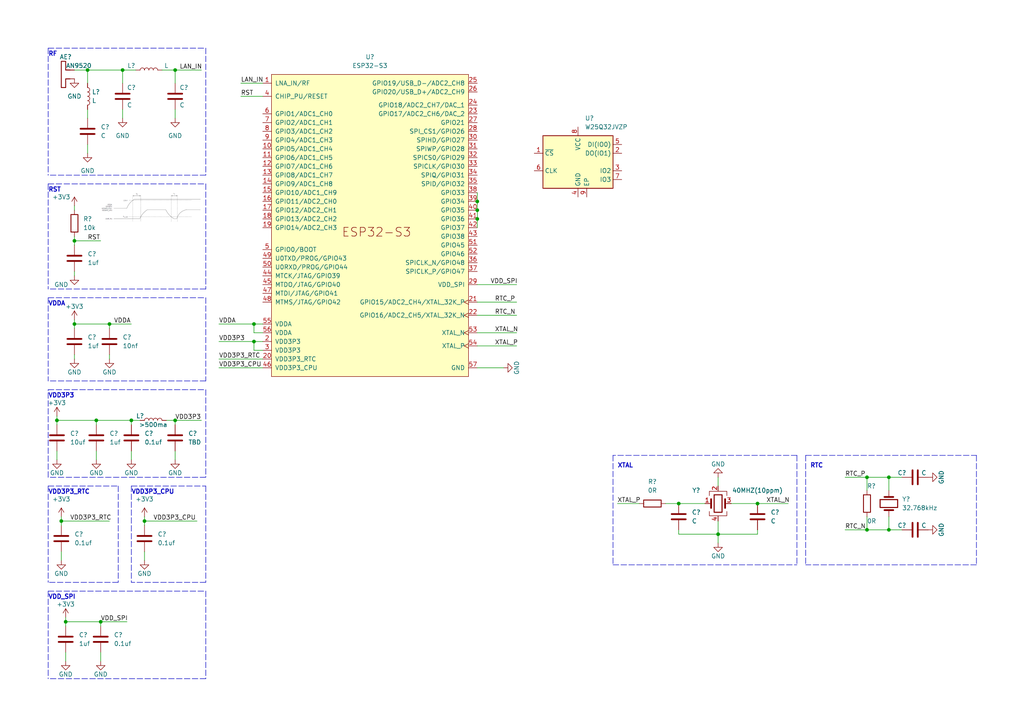
<source format=kicad_sch>
(kicad_sch (version 20211123) (generator eeschema)
  (paper "A4")
  (title_block (title "ESP32-S3 MCU") (company "ESPRESSIF"))
  (lib_symbols
    (symbol "Device:Antenna_Dipole" (pin_numbers hide) (pin_names (offset 1.016) hide)
      (property "Reference" "AE" (at 1.27 1.27 0))
      (property "Value" "Antenna_Dipole" (at 1.27 0 0))
      (symbol "Antenna_Dipole_0_1"
        (polyline (pts (xy 2.54 -3.81) (xy 2.54 -2.54) (xy 5.08 -2.54) (xy 5.08 -1.27) (xy -2.54 -1.27) (xy -2.54 -2.54) (xy 0 -2.54) (xy 0 -3.81)) (stroke (width 0.254)))
      )
      (symbol "Antenna_Dipole_1_1"
        (pin input line (at 0 -5.08 90) (length 2.54) (name "~") (number "1"))
        (pin input line (at 2.54 -5.08 90) (length 2.54) (name "~") (number "2"))
      )
    )
    (symbol "Device:C" (pin_numbers hide) (pin_names (offset 0.254))
      (property "Reference" "C" (at 0.635 2.54 0))
      (property "Value" "C" (at 0.635 -2.54 0))
      (symbol "C_0_1"
        (polyline (pts (xy -2.032 -0.762) (xy 2.032 -0.762)) (stroke (width 0.508)))
        (polyline (pts (xy -2.032 0.762) (xy 2.032 0.762)) (stroke (width 0.508)))
      )
      (symbol "C_1_1"
        (pin passive line (at 0 3.81 270) (length 2.794) (name "~") (number "1"))
        (pin passive line (at 0 -3.81 90) (length 2.794) (name "~") (number "2"))
      )
    )
    (symbol "Device:Crystal" (pin_numbers hide) (pin_names (offset 1.016) hide)
      (property "Reference" "Y" (at 0 3.81 0))
      (property "Value" "Crystal" (at 0 -3.81 0))
      (symbol "Crystal_0_1"
        (rectangle (start -1.143 2.54) (end 1.143 -2.54) (stroke (width 0.3048)))
        (polyline (pts (xy -2.54 0) (xy -1.905 0)))
        (polyline (pts (xy -1.905 -1.27) (xy -1.905 1.27)) (stroke (width 0.508)))
        (polyline (pts (xy 1.905 -1.27) (xy 1.905 1.27)) (stroke (width 0.508)))
        (polyline (pts (xy 2.54 0) (xy 1.905 0)))
      )
      (symbol "Crystal_1_1"
        (pin passive line (at -3.81 0 0) (length 1.27) (name "1") (number "1"))
        (pin passive line (at 3.81 0 180) (length 1.27) (name "2") (number "2"))
      )
    )
    (symbol "Device:Crystal_GND24" (pin_names (offset 1.016) hide)
      (property "Reference" "Y" (at 3.175 5.08 0))
      (property "Value" "Crystal_GND24" (at 3.175 3.175 0))
      (symbol "Crystal_GND24_0_1"
        (rectangle (start -1.143 2.54) (end 1.143 -2.54) (stroke (width 0.3048)))
        (polyline (pts (xy -2.54 0) (xy -2.032 0)))
        (polyline (pts (xy -2.032 -1.27) (xy -2.032 1.27)) (stroke (width 0.508)))
        (polyline (pts (xy 0 -3.81) (xy 0 -3.556)))
        (polyline (pts (xy 0 3.556) (xy 0 3.81)))
        (polyline (pts (xy 2.032 -1.27) (xy 2.032 1.27)) (stroke (width 0.508)))
        (polyline (pts (xy 2.032 0) (xy 2.54 0)))
        (polyline (pts (xy -2.54 -2.286) (xy -2.54 -3.556) (xy 2.54 -3.556) (xy 2.54 -2.286)))
        (polyline (pts (xy -2.54 2.286) (xy -2.54 3.556) (xy 2.54 3.556) (xy 2.54 2.286)))
      )
      (symbol "Crystal_GND24_1_1"
        (pin passive line (at -3.81 0 0) (length 1.27) (name "1") (number "1"))
        (pin passive line (at 0 5.08 270) (length 1.27) (name "2") (number "2"))
        (pin passive line (at 3.81 0 180) (length 1.27) (name "3") (number "3"))
        (pin passive line (at 0 -5.08 90) (length 1.27) (name "4") (number "4"))
      )
    )
    (symbol "Device:L" (pin_numbers hide) (pin_names (offset 1.016) hide)
      (property "Reference" "L" (at -1.27 0 90))
      (property "Value" "L" (at 1.905 0 90))
      (symbol "L_0_1"
        (arc (start 0 -2.54) (mid 0.635 -1.905) (end 0 -1.27))
        (arc (start 0 -1.27) (mid 0.635 -0.635) (end 0 0))
        (arc (start 0 0) (mid 0.635 0.635) (end 0 1.27))
        (arc (start 0 1.27) (mid 0.635 1.905) (end 0 2.54))
      )
      (symbol "L_1_1"
        (pin passive line (at 0 3.81 270) (length 1.27) (name "1") (number "1"))
        (pin passive line (at 0 -3.81 90) (length 1.27) (name "2") (number "2"))
      )
    )
    (symbol "Device:R" (pin_numbers hide) (pin_names (offset 0))
      (property "Reference" "R" (at 2.032 0 90))
      (property "Value" "R" (at 0 0 90))
      (symbol "R_0_1"
        (rectangle (start -1.016 -2.54) (end 1.016 2.54) (stroke (width 0.254)))
      )
      (symbol "R_1_1"
        (pin passive line (at 0 3.81 270) (length 1.27) (name "~") (number "1"))
        (pin passive line (at 0 -3.81 90) (length 1.27) (name "~") (number "2"))
      )
    )
    (symbol "ESP:ESP32-S3" (pin_names (offset 1.016))
      (property "Reference" "U" (at 0 46.99 0))
      (property "Value" "ESP32-S3" (at 0 -43.18 0))
      (symbol "ESP32-S3_0_0"
        (text "ESP32-S3" (at 1.27 0 0) (effects (font (size 2.54 2.54))))
        (pin bidirectional line (at 30.48 -8.89 180) (length 2.54) (name "SPICLK_N/GPIO48") (number "36"))
        (pin bidirectional line (at 30.48 -11.43 180) (length 2.54) (name "SPICLK_P/GPIO47") (number "37"))
      )
      (symbol "ESP32-S3_0_1"
        (rectangle (start -29.21 45.72) (end 27.94 -41.91) (fill (type background)))
      )
      (symbol "ESP32-S3_1_1"
        (pin bidirectional line (at -31.75 43.18 0) (length 2.54) (name "LNA_IN/RF") (number "1"))
        (pin bidirectional line (at -31.75 24.13 0) (length 2.54) (name "GPIO5/ADC1_CH4") (number "10"))
        (pin bidirectional line (at -31.75 21.59 0) (length 2.54) (name "GPIO6/ADC1_CH5") (number "11"))
        (pin bidirectional line (at -31.75 19.05 0) (length 2.54) (name "GPIO7/ADC1_CH6") (number "12"))
        (pin bidirectional line (at -31.75 16.51 0) (length 2.54) (name "GPIO8/ADC1_CH7") (number "13"))
        (pin bidirectional line (at -31.75 13.97 0) (length 2.54) (name "GPIO9/ADC1_CH8") (number "14"))
        (pin bidirectional line (at -31.75 11.43 0) (length 2.54) (name "GPIO10/ADC1_CH9") (number "15"))
        (pin bidirectional line (at -31.75 8.89 0) (length 2.54) (name "GPIO11/ADC2_CH0") (number "16"))
        (pin bidirectional line (at -31.75 6.35 0) (length 2.54) (name "GPIO12/ADC2_CH1") (number "17"))
        (pin bidirectional line (at -31.75 3.81 0) (length 2.54) (name "GPIO13/ADC2_CH2") (number "18"))
        (pin bidirectional line (at -31.75 1.27 0) (length 2.54) (name "GPIO14/ADC2_CH3") (number "19"))
        (pin power_in line (at -31.75 -31.75 0) (length 2.54) (name "VDD3P3") (number "2"))
        (pin power_in line (at -31.75 -36.83 0) (length 2.54) (name "VDD3P3_RTC") (number "20"))
        (pin input clock (at 30.48 -20.32 180) (length 2.54) (name "GPIO15/ADC2_CH4/XTAL_32K_P") (number "21"))
        (pin output clock (at 30.48 -24.13 180) (length 2.54) (name "GPIO16/ADC2_CH5/XTAL_32K_N") (number "22"))
        (pin bidirectional line (at 30.48 34.29 180) (length 2.54) (name "GPIO17/ADC2_CH6/DAC_2") (number "23"))
        (pin bidirectional line (at 30.48 36.83 180) (length 2.54) (name "GPIO18/ADC2_CH7/DAC_1") (number "24"))
        (pin bidirectional line (at 30.48 43.18 180) (length 2.54) (name "GPIO19/USB_D-/ADC2_CH8") (number "25"))
        (pin bidirectional line (at 30.48 40.64 180) (length 2.54) (name "GPIO20/USB_D+/ADC2_CH9") (number "26"))
        (pin bidirectional line (at 30.48 31.75 180) (length 2.54) (name "GPIO21") (number "27"))
        (pin bidirectional line (at 30.48 29.21 180) (length 2.54) (name "SPI_CS1/GPIO26") (number "28"))
        (pin power_out line (at 30.48 -15.24 180) (length 2.54) (name "VDD_SPI") (number "29"))
        (pin power_in line (at -31.75 -34.29 0) (length 2.54) (name "VDD3P3") (number "3"))
        (pin bidirectional line (at 30.48 26.67 180) (length 2.54) (name "SPIHD/GPIO27") (number "30"))
        (pin bidirectional line (at 30.48 24.13 180) (length 2.54) (name "SPIWP/GPIO28") (number "31"))
        (pin bidirectional line (at 30.48 21.59 180) (length 2.54) (name "SPICS0/GPIO29") (number "32"))
        (pin bidirectional line (at 30.48 19.05 180) (length 2.54) (name "SPICLK/GPIO30") (number "33"))
        (pin bidirectional line (at 30.48 16.51 180) (length 2.54) (name "SPIQ/GPIO31") (number "34"))
        (pin bidirectional line (at 30.48 13.97 180) (length 2.54) (name "SPID/GPIO32") (number "35"))
        (pin bidirectional line (at 30.48 11.43 180) (length 2.54) (name "GPIO33") (number "38"))
        (pin bidirectional line (at 30.48 8.89 180) (length 2.54) (name "GPIO34") (number "39"))
        (pin input line (at -31.75 39.37 0) (length 2.54) (name "CHIP_PU/RESET") (number "4"))
        (pin bidirectional line (at 30.48 6.35 180) (length 2.54) (name "GPIO35") (number "40"))
        (pin bidirectional line (at 30.48 3.81 180) (length 2.54) (name "GPIO36") (number "41"))
        (pin bidirectional line (at 30.48 1.27 180) (length 2.54) (name "GPIO37") (number "42"))
        (pin bidirectional line (at 30.48 -1.27 180) (length 2.54) (name "GPIO38") (number "43"))
        (pin bidirectional line (at -31.75 -12.7 0) (length 2.54) (name "MTCK/JTAG/GPIO39") (number "44"))
        (pin bidirectional line (at -31.75 -15.24 0) (length 2.54) (name "MTDO/JTAG/GPIO40") (number "45"))
        (pin power_in line (at -31.75 -39.37 0) (length 2.54) (name "VDD3P3_CPU") (number "46"))
        (pin bidirectional line (at -31.75 -17.78 0) (length 2.54) (name "MTDI/JTAG/GPIO41") (number "47"))
        (pin bidirectional line (at -31.75 -20.32 0) (length 2.54) (name "MTMS/JTAG/GPIO42") (number "48"))
        (pin bidirectional line (at -31.75 -7.62 0) (length 2.54) (name "U0TXD/PROG/GPIO43") (number "49"))
        (pin bidirectional line (at -31.75 -5.08 0) (length 2.54) (name "GPIO0/BOOT") (number "5"))
        (pin bidirectional line (at -31.75 -10.16 0) (length 2.54) (name "U0RXD/PROG/GPIO44") (number "50"))
        (pin bidirectional line (at 30.48 -3.81 180) (length 2.54) (name "GPIO45") (number "51"))
        (pin bidirectional line (at 30.48 -6.35 180) (length 2.54) (name "GPIO46") (number "52"))
        (pin input clock (at 30.48 -29.21 180) (length 2.54) (name "XTAL_N") (number "53"))
        (pin output clock (at 30.48 -33.02 180) (length 2.54) (name "XTAL_P") (number "54"))
        (pin power_in line (at -31.75 -26.67 0) (length 2.54) (name "VDDA") (number "55"))
        (pin power_in line (at -31.75 -29.21 0) (length 2.54) (name "VDDA") (number "56"))
        (pin power_in line (at 30.48 -39.37 180) (length 2.54) (name "GND") (number "57"))
        (pin bidirectional line (at -31.75 34.29 0) (length 2.54) (name "GPIO1/ADC1_CH0") (number "6"))
        (pin bidirectional line (at -31.75 31.75 0) (length 2.54) (name "GPIO2/ADC1_CH1") (number "7"))
        (pin bidirectional line (at -31.75 29.21 0) (length 2.54) (name "GPIO3/ADC1_CH2") (number "8"))
        (pin bidirectional line (at -31.75 26.67 0) (length 2.54) (name "GPIO4/ADC1_CH3") (number "9"))
      )
    )
    (symbol "Memory_Flash:W25Q32JVZP"
      (property "Reference" "U" (at -8.89 8.89 0))
      (property "Value" "W25Q32JVZP" (at 7.62 8.89 0))
      (symbol "W25Q32JVZP_0_1"
        (rectangle (start -10.16 7.62) (end 10.16 -7.62) (stroke (width 0.254)) (fill (type background)))
      )
      (symbol "W25Q32JVZP_1_1"
        (pin input line (at -12.7 2.54 0) (length 2.54) (name "~{CS}") (number "1"))
        (pin bidirectional line (at 12.7 2.54 180) (length 2.54) (name "DO(IO1)") (number "2"))
        (pin bidirectional line (at 12.7 -2.54 180) (length 2.54) (name "IO2") (number "3"))
        (pin power_in line (at 0 -10.16 90) (length 2.54) (name "GND") (number "4"))
        (pin bidirectional line (at 12.7 5.08 180) (length 2.54) (name "DI(IO0)") (number "5"))
        (pin input line (at -12.7 -2.54 0) (length 2.54) (name "CLK") (number "6"))
        (pin bidirectional line (at 12.7 -5.08 180) (length 2.54) (name "IO3") (number "7"))
        (pin power_in line (at 0 10.16 270) (length 2.54) (name "VCC") (number "8"))
        (pin passive line (at 2.54 -10.16 90) (length 2.54) (name "EP") (number "9"))
      )
    )
    (symbol "power:+3.3V" (power) (pin_names (offset 0))
      (property "Value" "+3.3V" (at 0 3.556 0))
      (symbol "+3.3V_0_1"
        (polyline (pts (xy -0.762 1.27) (xy 0 2.54)))
        (polyline (pts (xy 0 0) (xy 0 2.54)))
        (polyline (pts (xy 0 2.54) (xy 0.762 1.27)))
      )
      (symbol "+3.3V_1_1"
        (pin power_in line (at 0 0 90) (length 0) hide (name "+3V3") (number "1"))
      )
    )
    (symbol "power:GND" (power) (pin_names (offset 0))
      (property "Value" "GND" (at 0 -3.81 0))
      (symbol "GND_0_1"
        (polyline (pts (xy 0 0) (xy 0 -1.27) (xy 1.27 -1.27) (xy 0 -2.54) (xy -1.27 -1.27) (xy 0 -1.27)))
      )
      (symbol "GND_1_1"
        (pin power_in line (at 0 0 270) (length 0) hide (name "GND") (number "1"))
      )
    )
  )
  (junction (at 50.8 20.32))
  (junction (at 138.43 63.5))
  (junction (at 138.43 58.42))
  (junction (at 35.56 20.32))
  (junction (at 27.94 121.92))
  (junction (at 196.85 146.05))
  (junction (at 19.05 180.34))
  (junction (at 31.75 93.98))
  (junction (at 257.81 138.43))
  (junction (at 50.8 121.92))
  (junction (at 208.28 154.94))
  (junction (at 25.4 20.32))
  (junction (at 21.59 69.85))
  (junction (at 73.66 93.98))
  (junction (at 21.59 93.98))
  (junction (at 219.71 146.05))
  (junction (at 251.46 153.67))
  (junction (at 138.43 60.96))
  (junction (at 41.91 151.13))
  (junction (at 16.51 121.92))
  (junction (at 29.21 180.34))
  (junction (at 38.1 121.92))
  (junction (at 251.46 138.43))
  (junction (at 17.78 151.13))
  (junction (at 257.81 153.67))
  (junction (at 73.66 99.06))
  (wire (pts (xy 25.4 20.32) (xy 25.4 24.13)))
  (wire (pts (xy 31.75 93.98) (xy 31.75 95.25)))
  (wire (pts (xy 138.43 106.68) (xy 146.05 106.68)))
  (wire (pts (xy 19.05 180.34) (xy 19.05 181.61)))
  (polyline (pts (xy 59.69 171.45) (xy 59.69 196.85)))
  (wire (pts (xy 17.78 151.13) (xy 31.75 151.13)))
  (polyline (pts (xy 13.97 140.97) (xy 13.97 168.91)))
  (polyline (pts (xy 13.97 140.97) (xy 34.29 140.97)))
  (wire (pts (xy 21.59 69.85) (xy 29.21 69.85)))
  (wire (pts (xy 41.91 149.86) (xy 41.91 151.13)))
  (wire (pts (xy 19.05 189.23) (xy 19.05 191.77)))
  (polyline (pts (xy 59.69 13.97) (xy 59.69 50.8)))
  (wire (pts (xy 219.71 153.67) (xy 219.71 154.94)))
  (wire (pts (xy 50.8 20.32) (xy 58.42 20.32)))
  (wire (pts (xy 19.05 180.34) (xy 29.21 180.34)))
  (wire (pts (xy 35.56 34.29) (xy 35.56 31.75)))
  (wire (pts (xy 257.81 142.24) (xy 257.81 138.43)))
  (wire (pts (xy 39.37 20.32) (xy 35.56 20.32)))
  (wire (pts (xy 19.05 179.07) (xy 19.05 180.34)))
  (wire (pts (xy 50.8 121.92) (xy 50.8 123.19)))
  (polyline (pts (xy 13.97 13.97) (xy 59.69 13.97)))
  (wire (pts (xy 212.09 146.05) (xy 219.71 146.05)))
  (wire (pts (xy 138.43 63.5) (xy 138.43 66.04)))
  (wire (pts (xy 251.46 138.43) (xy 257.81 138.43)))
  (wire (pts (xy 261.62 153.67) (xy 257.81 153.67)))
  (wire (pts (xy 46.99 20.32) (xy 50.8 20.32)))
  (wire (pts (xy 38.1 121.92) (xy 38.1 123.19)))
  (wire (pts (xy 50.8 121.92) (xy 58.42 121.92)))
  (wire (pts (xy 138.43 58.42) (xy 138.43 60.96)))
  (wire (pts (xy 63.5 106.68) (xy 76.2 106.68)))
  (polyline (pts (xy 13.97 113.03) (xy 59.69 113.03)))
  (wire (pts (xy 16.51 130.81) (xy 16.51 133.35)))
  (wire (pts (xy 29.21 180.34) (xy 36.83 180.34)))
  (wire (pts (xy 27.94 130.81) (xy 27.94 133.35)))
  (wire (pts (xy 63.5 104.14) (xy 76.2 104.14)))
  (polyline (pts (xy 38.1 140.97) (xy 38.1 168.91)))
  (polyline (pts (xy 59.69 196.85) (xy 13.97 196.85)))
  (wire (pts (xy 73.66 93.98) (xy 76.2 93.98)))
  (polyline (pts (xy 59.69 50.8) (xy 13.97 50.8)))
  (wire (pts (xy 50.8 34.29) (xy 50.8 31.75)))
  (wire (pts (xy 138.43 96.52) (xy 149.86 96.52)))
  (wire (pts (xy 251.46 142.24) (xy 251.46 138.43)))
  (wire (pts (xy 17.78 160.02) (xy 17.78 162.56)))
  (polyline (pts (xy 59.69 53.34) (xy 59.69 83.82)))
  (polyline (pts (xy 13.97 171.45) (xy 59.69 171.45)))
  (wire (pts (xy 31.75 93.98) (xy 38.1 93.98)))
  (wire (pts (xy 25.4 44.45) (xy 25.4 41.91)))
  (wire (pts (xy 69.85 27.94) (xy 76.2 27.94)))
  (wire (pts (xy 41.91 151.13) (xy 41.91 152.4)))
  (wire (pts (xy 219.71 146.05) (xy 228.6 146.05)))
  (polyline (pts (xy 13.97 138.43) (xy 13.97 113.03)))
  (wire (pts (xy 21.59 92.71) (xy 21.59 93.98)))
  (polyline (pts (xy 177.8 132.08) (xy 177.8 163.83)))
  (polyline (pts (xy 283.21 163.83) (xy 233.68 163.83)))
  (polyline (pts (xy 13.97 86.36) (xy 59.69 86.36)))
  (polyline (pts (xy 231.14 132.08) (xy 231.14 163.83)))
  (wire (pts (xy 41.91 151.13) (xy 57.15 151.13)))
  (wire (pts (xy 208.28 154.94) (xy 219.71 154.94)))
  (wire (pts (xy 69.85 24.13) (xy 76.2 24.13)))
  (wire (pts (xy 251.46 153.67) (xy 257.81 153.67)))
  (wire (pts (xy 245.11 138.43) (xy 251.46 138.43)))
  (wire (pts (xy 21.59 69.85) (xy 21.59 71.12)))
  (wire (pts (xy 245.11 153.67) (xy 251.46 153.67)))
  (wire (pts (xy 138.43 55.88) (xy 138.43 58.42)))
  (polyline (pts (xy 59.69 140.97) (xy 59.69 168.91)))
  (wire (pts (xy 31.75 102.87) (xy 31.75 104.14)))
  (wire (pts (xy 63.5 93.98) (xy 73.66 93.98)))
  (polyline (pts (xy 59.69 168.91) (xy 38.1 168.91)))
  (polyline (pts (xy 13.97 171.45) (xy 13.97 196.85)))
  (wire (pts (xy 138.43 100.33) (xy 149.86 100.33)))
  (polyline (pts (xy 13.97 86.36) (xy 13.97 110.49)))
  (wire (pts (xy 50.8 20.32) (xy 50.8 24.13)))
  (wire (pts (xy 21.59 93.98) (xy 21.59 95.25)))
  (wire (pts (xy 138.43 60.96) (xy 138.43 63.5)))
  (wire (pts (xy 27.94 121.92) (xy 38.1 121.92)))
  (wire (pts (xy 257.81 138.43) (xy 261.62 138.43)))
  (wire (pts (xy 27.94 121.92) (xy 27.94 123.19)))
  (wire (pts (xy 21.59 68.58) (xy 21.59 69.85)))
  (wire (pts (xy 38.1 121.92) (xy 40.64 121.92)))
  (polyline (pts (xy 59.69 113.03) (xy 59.69 138.43)))
  (wire (pts (xy 16.51 121.92) (xy 27.94 121.92)))
  (wire (pts (xy 25.4 20.32) (xy 35.56 20.32)))
  (wire (pts (xy 138.43 87.63) (xy 149.86 87.63)))
  (polyline (pts (xy 34.29 168.91) (xy 13.97 168.91)))
  (wire (pts (xy 208.28 138.43) (xy 208.28 140.97)))
  (polyline (pts (xy 233.68 132.08) (xy 233.68 163.83)))
  (wire (pts (xy 21.59 102.87) (xy 21.59 104.14)))
  (polyline (pts (xy 233.68 132.08) (xy 283.21 132.08)))
  (wire (pts (xy 21.59 78.74) (xy 21.59 80.01)))
  (wire (pts (xy 29.21 180.34) (xy 29.21 181.61)))
  (wire (pts (xy 257.81 149.86) (xy 257.81 153.67)))
  (polyline (pts (xy 13.97 53.34) (xy 59.69 53.34)))
  (polyline (pts (xy 177.8 163.83) (xy 231.14 163.83)))
  (wire (pts (xy 21.59 60.96) (xy 21.59 59.69)))
  (wire (pts (xy 17.78 151.13) (xy 17.78 152.4)))
  (wire (pts (xy 251.46 149.86) (xy 251.46 153.67)))
  (wire (pts (xy 16.51 121.92) (xy 16.51 123.19)))
  (wire (pts (xy 29.21 189.23) (xy 29.21 191.77)))
  (polyline (pts (xy 13.97 53.34) (xy 13.97 83.82)))
  (wire (pts (xy 138.43 91.44) (xy 149.86 91.44)))
  (wire (pts (xy 196.85 154.94) (xy 208.28 154.94)))
  (polyline (pts (xy 38.1 140.97) (xy 59.69 140.97)))
  (polyline (pts (xy 283.21 132.08) (xy 283.21 163.83)))
  (wire (pts (xy 73.66 93.98) (xy 73.66 96.52)))
  (wire (pts (xy 196.85 146.05) (xy 204.47 146.05)))
  (wire (pts (xy 50.8 130.81) (xy 50.8 133.35)))
  (wire (pts (xy 41.91 160.02) (xy 41.91 162.56)))
  (polyline (pts (xy 34.29 140.97) (xy 34.29 168.91)))
  (wire (pts (xy 208.28 151.13) (xy 208.28 154.94)))
  (wire (pts (xy 48.26 121.92) (xy 50.8 121.92)))
  (wire (pts (xy 73.66 99.06) (xy 73.66 101.6)))
  (wire (pts (xy 16.51 120.65) (xy 16.51 121.92)))
  (wire (pts (xy 35.56 20.32) (xy 35.56 24.13)))
  (wire (pts (xy 73.66 101.6) (xy 76.2 101.6)))
  (wire (pts (xy 73.66 99.06) (xy 76.2 99.06)))
  (wire (pts (xy 25.4 31.75) (xy 25.4 34.29)))
  (wire (pts (xy 208.28 154.94) (xy 208.28 157.48)))
  (polyline (pts (xy 59.69 138.43) (xy 13.97 138.43)))
  (wire (pts (xy 73.66 96.52) (xy 76.2 96.52)))
  (wire (pts (xy 179.07 146.05) (xy 185.42 146.05)))
  (polyline (pts (xy 59.69 110.49) (xy 13.97 110.49)))
  (wire (pts (xy 196.85 153.67) (xy 196.85 154.94)))
  (polyline (pts (xy 59.69 86.36) (xy 59.69 110.49)))
  (wire (pts (xy 63.5 99.06) (xy 73.66 99.06)))
  (polyline (pts (xy 231.14 132.08) (xy 177.8 132.08)))
  (polyline (pts (xy 59.69 83.82) (xy 13.97 83.82)))
  (wire (pts (xy 138.43 82.55) (xy 149.86 82.55)))
  (wire (pts (xy 38.1 130.81) (xy 38.1 133.35)))
  (wire (pts (xy 21.59 93.98) (xy 31.75 93.98)))
  (wire (pts (xy 17.78 149.86) (xy 17.78 151.13)))
  (wire (pts (xy 193.04 146.05) (xy 196.85 146.05)))
  (polyline (pts (xy 13.97 13.97) (xy 13.97 50.8)))
  (wire (pts (xy 21.59 20.32) (xy 25.4 20.32)))
  (image (at 43.18 59.69) (scale 0.364253))
  (text "VDD3P3" (at 13.97 115.57 0) (effects (font (size 1.27 1.27) bold) (justify left bottom)))
  (text "RST" (at 13.97 55.88 0) (effects (font (size 1.27 1.27) (thickness 0.254) bold) (justify left bottom)))
  (text "RF" (at 13.97 16.51 0) (effects (font (size 1.27 1.27) bold) (justify left bottom)))
  (text "VDD3P3_RTC" (at 13.97 143.51 0) (effects (font (size 1.27 1.27) (thickness 0.254) bold) (justify left bottom)))
  (text "VDD3P3_CPU" (at 38.1 143.51 0) (effects (font (size 1.27 1.27) (thickness 0.254) bold) (justify left bottom)))
  (text "XTAL" (at 179.07 135.89 0) (effects (font (size 1.27 1.27) (thickness 0.254) bold) (justify left bottom)))
  (text "RTC" (at 234.95 135.89 0) (effects (font (size 1.27 1.27) (thickness 0.254) bold) (justify left bottom)))
  (text "VDD_SPI" (at 13.97 173.99 0) (effects (font (size 1.27 1.27) bold) (justify left bottom)))
  (text "VDDA" (at 13.97 88.9 0) (effects (font (size 1.27 1.27) (thickness 0.254) bold) (justify left bottom)))
  (label "XTAL_P" (at 179.07 146.05 0))
  (label "XTAL_N" (at 143.51 96.52 0))
  (label "VDD3P3_CPU" (at 44.45 151.13 0))
  (label "RST" (at 25.4 69.85 0))
  (label "VDDA" (at 33.02 93.98 0))
  (label "RTC_P" (at 143.51 87.63 0))
  (label "LAN_IN" (at 69.85 24.13 0))
  (label "RTC_N" (at 245.11 153.67 0))
  (label "RTC_P" (at 245.11 138.43 0))
  (label "VDD3P3_CPU" (at 63.5 106.68 0))
  (label "XTAL_N" (at 222.25 146.05 0))
  (label "VDD_SPI" (at 142.24 82.55 0))
  (label "LAN_IN" (at 52.07 20.32 0))
  (label "VDD3P3" (at 50.8 121.92 0))
  (label "VDD3P3" (at 63.5 99.06 0))
  (label "VDD_SPI" (at 29.21 180.34 0))
  (label "RST" (at 69.85 27.94 0))
  (label "XTAL_P" (at 143.51 100.33 0))
  (label "VDDA" (at 63.5 93.98 0))
  (label "RTC_N" (at 143.51 91.44 0))
  (label "VDD3P3_RTC" (at 20.32 151.13 0))
  (label "VDD3P3_RTC" (at 63.5 104.14 0))
  (symbol (lib_id "power:+3.3V") (at 21.59 92.71 0) (unit 1)
    (property "Reference" "#PWR?" (effects hide))
    (property "Value" "+3.3V" (at 21.59 88.9 0))
  )
  (symbol (lib_id "Device:C") (at 265.43 153.67 90) (unit 1)
    (property "Reference" "C?" (at 261.62 152.4 90))
    (property "Value" "C" (at 267.97 152.4 90))
  )
  (symbol (lib_id "Device:Antenna_Dipole") (at 16.51 22.86 90) (unit 1)
    (property "Reference" "AE?" (at 19.05 16.51 90))
    (property "Value" "AN9520" (at 22.86 19.05 90))
  )
  (symbol (lib_id "Device:C") (at 27.94 127 0) (unit 1)
    (property "Reference" "C?" (at 31.75 125.7299 0) (effects (justify left)))
    (property "Value" "1uf" (at 31.75 128.2699 0) (effects (justify left)))
  )
  (symbol (lib_id "Device:Crystal_GND24") (at 208.28 146.05 0) (unit 1)
    (property "Reference" "Y?" (at 201.93 142.24 0))
    (property "Value" "40MHZ(10ppm)" (at 219.71 142.24 0))
  )
  (symbol (lib_id "power:GND") (at 35.56 34.29 0) (unit 1)
    (property "Reference" "#PWR?" (effects hide))
    (property "Value" "GND" (at 35.56 39.37 0))
  )
  (symbol (lib_id "Device:C") (at 35.56 27.94 0) (unit 1)
    (property "Reference" "C?" (at 36.83 25.4 0) (effects (justify left)))
    (property "Value" "C" (at 36.83 30.48 0) (effects (justify left)))
  )
  (symbol (lib_id "Device:C") (at 29.21 185.42 0) (unit 1)
    (property "Reference" "C?" (at 33.02 184.1499 0) (effects (justify left)))
    (property "Value" "0.1uf" (at 33.02 186.6899 0) (effects (justify left)))
  )
  (symbol (lib_id "Device:C") (at 17.78 156.21 0) (unit 1)
    (property "Reference" "C?" (at 21.59 154.9399 0) (effects (justify left)))
    (property "Value" "0.1uf" (at 21.59 157.4799 0) (effects (justify left)))
  )
  (symbol (lib_id "power:GND") (at 41.91 162.56 0) (unit 1)
    (property "Reference" "#PWR?" (effects hide))
    (property "Value" "GND" (at 41.91 166.37 0))
  )
  (symbol (lib_id "power:GND") (at 27.94 133.35 0) (unit 1)
    (property "Reference" "#PWR?" (effects hide))
    (property "Value" "GND" (at 27.94 137.16 0))
  )
  (symbol (lib_id "ESP:ESP32-S3") (at 107.95 67.31 0) (unit 1)
    (property "Reference" "U?" (at 107.315 16.51 0))
    (property "Value" "ESP32-S3" (at 107.315 19.05 0))
    (property "Footprint" "Package_DFN_QFN:QFN-56-1EP_7x7mm_P0.4mm_EP5.6x5.6mm" (effects hide))
  )
  (symbol (lib_id "power:GND") (at 269.24 138.43 90) (unit 1)
    (property "Reference" "#PWR?" (effects hide))
    (property "Value" "GND" (at 273.05 138.43 0))
  )
  (symbol (lib_id "power:+3.3V") (at 17.78 149.86 0) (unit 1)
    (property "Reference" "#PWR?" (effects hide))
    (property "Value" "+3.3V" (at 17.78 144.78 0))
  )
  (symbol (lib_id "Device:C") (at 41.91 156.21 0) (unit 1)
    (property "Reference" "C?" (at 45.72 154.9399 0) (effects (justify left)))
    (property "Value" "0.1uf" (at 45.72 157.4799 0) (effects (justify left)))
  )
  (symbol (lib_id "Device:C") (at 25.4 38.1 0) (unit 1)
    (property "Reference" "C?" (at 29.21 36.8299 0) (effects (justify left)))
    (property "Value" "C" (at 29.21 39.3699 0) (effects (justify left)))
  )
  (symbol (lib_id "power:GND") (at 21.59 80.01 0) (unit 1)
    (property "Reference" "#PWR?" (effects hide))
    (property "Value" "GND" (at 17.78 82.55 0))
  )
  (symbol (lib_id "Device:C") (at 50.8 127 0) (unit 1)
    (property "Reference" "C?" (at 54.61 125.7299 0) (effects (justify left)))
    (property "Value" "TBD" (at 54.61 128.2699 0) (effects (justify left)))
  )
  (symbol (lib_id "Device:L") (at 25.4 27.94 0) (unit 1)
    (property "Reference" "L?" (at 26.67 26.6699 0) (effects (justify left)))
    (property "Value" "L" (at 26.67 29.2099 0) (effects (justify left)))
  )
  (symbol (lib_id "power:GND") (at 19.05 191.77 0) (unit 1)
    (property "Reference" "#PWR?" (effects hide))
    (property "Value" "GND" (at 19.05 195.58 0))
  )
  (symbol (lib_id "power:GND") (at 21.59 22.86 0) (unit 1)
    (property "Reference" "#PWR?" (effects hide))
    (property "Value" "GND" (at 21.59 27.94 0))
  )
  (symbol (lib_id "power:GND") (at 29.21 191.77 0) (unit 1)
    (property "Reference" "#PWR?" (effects hide))
    (property "Value" "GND" (at 29.21 195.58 0))
  )
  (symbol (lib_id "Device:R") (at 21.59 64.77 0) (unit 1)
    (property "Reference" "R?" (at 24.13 63.4999 0) (effects (justify left)))
    (property "Value" "10k" (at 24.13 66.0399 0) (effects (justify left)))
  )
  (symbol (lib_id "power:+3.3V") (at 16.51 120.65 0) (unit 1)
    (property "Reference" "#PWR?" (effects hide))
    (property "Value" "+3.3V" (at 16.51 116.84 0))
  )
  (symbol (lib_id "power:GND") (at 25.4 44.45 0) (unit 1)
    (property "Reference" "#PWR?" (effects hide))
    (property "Value" "GND" (at 25.4 49.53 0))
  )
  (symbol (lib_id "Device:Crystal") (at 257.81 146.05 270) (unit 1)
    (property "Reference" "Y?" (at 261.62 144.7799 90) (effects (justify left)))
    (property "Value" "32.768kHz" (at 261.62 147.3199 90) (effects (justify left)))
  )
  (symbol (lib_id "power:GND") (at 208.28 157.48 0) (unit 1)
    (property "Reference" "#PWR?" (effects hide))
    (property "Value" "GND" (at 208.28 161.29 0))
  )
  (symbol (lib_id "power:GND") (at 16.51 133.35 0) (unit 1)
    (property "Reference" "#PWR?" (effects hide))
    (property "Value" "GND" (at 16.51 137.16 0))
  )
  (symbol (lib_id "power:+3.3V") (at 21.59 59.69 0) (unit 1)
    (property "Reference" "#PWR?" (effects hide))
    (property "Value" "+3.3V" (at 17.78 57.15 0))
  )
  (symbol (lib_id "Device:C") (at 38.1 127 0) (unit 1)
    (property "Reference" "C?" (at 41.91 125.7299 0) (effects (justify left)))
    (property "Value" "0.1uf" (at 41.91 128.2699 0) (effects (justify left)))
  )
  (symbol (lib_id "power:GND") (at 208.28 138.43 0) (mirror x) (unit 1)
    (property "Reference" "#PWR?" (effects hide))
    (property "Value" "GND" (at 208.28 134.62 0))
  )
  (symbol (lib_id "Device:R") (at 251.46 146.05 0) (unit 1)
    (property "Reference" "R?" (at 251.46 140.97 0) (effects (justify left)))
    (property "Value" "0R" (at 251.46 151.13 0) (effects (justify left)))
  )
  (symbol (lib_id "Device:C") (at 50.8 27.94 0) (unit 1)
    (property "Reference" "C?" (at 52.07 25.4 0) (effects (justify left)))
    (property "Value" "C" (at 52.07 30.48 0) (effects (justify left)))
  )
  (symbol (lib_id "Device:C") (at 16.51 127 0) (unit 1)
    (property "Reference" "C?" (at 20.32 125.7299 0) (effects (justify left)))
    (property "Value" "10uf" (at 20.32 128.2699 0) (effects (justify left)))
  )
  (symbol (lib_id "Device:C") (at 196.85 149.86 0) (unit 1)
    (property "Reference" "C?" (at 200.66 148.5899 0) (effects (justify left)))
    (property "Value" "C" (at 200.66 151.1299 0) (effects (justify left)))
  )
  (symbol (lib_id "Device:C") (at 31.75 99.06 0) (unit 1)
    (property "Reference" "C?" (at 35.56 97.7899 0) (effects (justify left)))
    (property "Value" "10nf" (at 35.56 100.3299 0) (effects (justify left)))
  )
  (symbol (lib_id "power:GND") (at 269.24 153.67 90) (unit 1)
    (property "Reference" "#PWR?" (effects hide))
    (property "Value" "GND" (at 273.05 153.67 0))
  )
  (symbol (lib_id "Device:C") (at 19.05 185.42 0) (unit 1)
    (property "Reference" "C?" (at 22.86 184.1499 0) (effects (justify left)))
    (property "Value" "1uf" (at 22.86 186.6899 0) (effects (justify left)))
  )
  (symbol (lib_id "power:GND") (at 21.59 104.14 0) (unit 1)
    (property "Reference" "#PWR?" (effects hide))
    (property "Value" "GND" (at 21.59 107.95 0))
  )
  (symbol (lib_id "Device:L") (at 44.45 121.92 90) (unit 1)
    (property "Reference" "L?" (at 40.64 120.65 90))
    (property "Value" "{gt}500ma" (at 44.45 123.19 90))
  )
  (symbol (lib_id "Device:C") (at 265.43 138.43 270) (unit 1)
    (property "Reference" "C?" (at 261.62 137.16 90))
    (property "Value" "C" (at 267.97 137.16 90))
  )
  (symbol (lib_id "power:GND") (at 50.8 133.35 0) (unit 1)
    (property "Reference" "#PWR?" (effects hide))
    (property "Value" "GND" (at 50.8 137.16 0))
  )
  (symbol (lib_id "power:GND") (at 146.05 106.68 90) (unit 1)
    (property "Reference" "#PWR?" (effects hide))
    (property "Value" "GND" (at 149.86 106.68 0))
  )
  (symbol (lib_id "power:GND") (at 50.8 34.29 0) (unit 1)
    (property "Reference" "#PWR?" (effects hide))
    (property "Value" "GND" (at 50.8 39.37 0))
  )
  (symbol (lib_id "Device:C") (at 219.71 149.86 0) (unit 1)
    (property "Reference" "C?" (at 223.52 148.5899 0) (effects (justify left)))
    (property "Value" "C" (at 223.52 151.1299 0) (effects (justify left)))
  )
  (symbol (lib_id "power:GND") (at 38.1 133.35 0) (unit 1)
    (property "Reference" "#PWR?" (effects hide))
    (property "Value" "GND" (at 38.1 137.16 0))
  )
  (symbol (lib_id "power:GND") (at 31.75 104.14 0) (unit 1)
    (property "Reference" "#PWR?" (effects hide))
    (property "Value" "GND" (at 31.75 107.95 0))
  )
  (symbol (lib_id "Device:C") (at 21.59 74.93 0) (unit 1)
    (property "Reference" "C?" (at 25.4 73.6599 0) (effects (justify left)))
    (property "Value" "1uf" (at 25.4 76.1999 0) (effects (justify left)))
  )
  (symbol (lib_id "power:+3.3V") (at 41.91 149.86 0) (unit 1)
    (property "Reference" "#PWR?" (effects hide))
    (property "Value" "+3.3V" (at 41.91 144.78 0))
  )
  (symbol (lib_id "Device:C") (at 21.59 99.06 0) (unit 1)
    (property "Reference" "C?" (at 25.4 97.7899 0) (effects (justify left)))
    (property "Value" "1uf" (at 25.4 100.3299 0) (effects (justify left)))
  )
  (symbol (lib_id "power:+3.3V") (at 19.05 179.07 0) (unit 1)
    (property "Reference" "#PWR?" (effects hide))
    (property "Value" "+3.3V" (at 19.05 175.26 0))
  )
  (symbol (lib_id "power:GND") (at 17.78 162.56 0) (unit 1)
    (property "Reference" "#PWR?" (effects hide))
    (property "Value" "GND" (at 17.78 166.37 0))
  )
  (symbol (lib_id "Device:R") (at 189.23 146.05 90) (unit 1)
    (property "Reference" "R?" (at 189.23 139.7 90))
    (property "Value" "0R" (at 189.23 142.24 90))
  )
  (symbol (lib_id "Memory_Flash:W25Q32JVZP") (at 167.64 46.99 0) (unit 1)
    (property "Reference" "U?" (at 169.6594 34.29 0) (effects (justify left)))
    (property "Value" "W25Q32JVZP" (at 169.6594 36.83 0) (effects (justify left)))
    (property "Footprint" "Package_SON:WSON-8-1EP_6x5mm_P1.27mm_EP3.4x4.3mm" (effects hide))
    (property "Datasheet" "http://www.winbond.com/resource-files/w25q32jv%20revg%2003272018%20plus.pdf" (effects hide))
  )
  (symbol (lib_id "Device:L") (at 43.18 20.32 90) (unit 1)
    (property "Reference" "L?" (at 38.1 19.05 90))
    (property "Value" "L" (at 48.26 19.05 90))
  )
)
</source>
